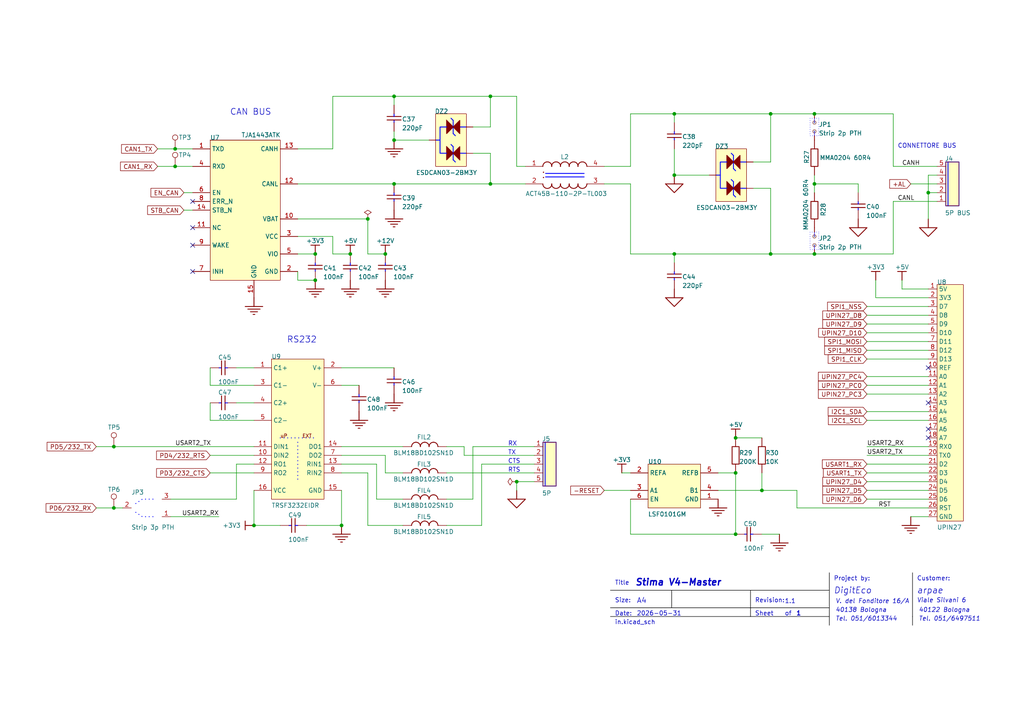
<source format=kicad_sch>
(kicad_sch (version 20230121) (generator eeschema)
  (paper "A4")
  (title_block (title "Stima V4-Master") (rev "1.0"))
  (lib_symbols
    (symbol "Connector:TestPoint" (pin_numbers hide) (pin_names (offset 0.762) hide)
      (property "Reference" "TP" (at 0 6.858 0))
      (property "Value" "TestPoint" (at 0 5.08 0))
      (symbol "TestPoint_1_1"
        (pin passive line (at 0 0 90) (length 2.54) (name "1") (number "1"))
      )
    )
    (symbol "Stima V4 Master R1_1-altium-import:+12V" (power)
      (property "Value" "+12V" (at 0 -3.81 0))
      (symbol "+12V_0_0"
        (pin power_in line (at 0 0 0) (length 0) hide (name "+12V") (number ""))
      )
    )
    (symbol "Stima V4 Master R1_1-altium-import:+3V3" (power)
      (property "Reference" "#PWR" (at 0 0 0))
      (property "Value" "+3V3" (at 0 3.81 0))
      (symbol "+3V3_0_0"
        (pin power_in line (at 0 0 0) (length 0) hide (name "+3V3") (number ""))
      )
    )
    (symbol "Stima V4 Master R1_1-altium-import:+5V" (power)
      (property "Reference" "#PWR" (at 0 0 0))
      (property "Value" "+5V" (at 0 3.81 0))
      (symbol "+5V_0_0"
        (pin power_in line (at 0 0 0) (length 0) hide (name "+5V") (number ""))
      )
    )
    (symbol "Stima V4 Master R1_1-altium-import:EGND" (power)
      (symbol "EGND_0_0"
        (pin power_in line (at 0 0 0) (length 0) hide (name "EGND") (number ""))
      )
    )
    (symbol "Stima V4 Master R1_1-altium-import:GND" (power)
      (symbol "GND_0_0"
        (pin power_in line (at 0 0 0) (length 0) hide (name "GND") (number ""))
      )
    )
    (symbol "Stima V4 Master R1_1-altium-import:root_0_ACT45B_TDK"
      (property "Reference" "L2" (at 10.16 2.032 0))
      (property "Value" "ACT45B-110-2P-TL003" (at 0 -8.636 0))
      (symbol "root_0_ACT45B_TDK_1_0"
        (text "." (at 5.588 -3.81 900) (effects (font (size 2.032 2.032)) (justify left bottom)))
        (text "." (at 5.588 -2.286 900) (effects (font (size 2.032 2.032)) (justify left bottom)))
        (pin passive line (at 0 0 0) (length 5.08) (name "1") (number "1"))
        (pin passive line (at 0 -5.08 0) (length 5.08) (name "2") (number "2"))
        (pin passive line (at 22.86 -5.08 180) (length 5.08) (name "3") (number "3"))
        (pin passive line (at 22.86 0 180) (length 5.08) (name "4") (number "4"))
      )
    )
    (symbol "Stima V4 Master R1_1-altium-import:root_0_BLM18BD"
      (symbol "root_0_BLM18BD_1_0"
        (pin passive line (at -2.54 -2.54 0) (length 2.54) (name "1") (number "1"))
        (pin passive line (at 10.16 -2.54 180) (length 2.54) (name "2") (number "2"))
      )
    )
    (symbol "Stima V4 Master R1_1-altium-import:root_0_C0603"
      (symbol "root_0_C0603_1_0"
        (pin passive line (at 0 2.54 270) (length 2.54) (name "1") (number "1"))
        (pin passive line (at 0 -5.08 90) (length 2.54) (name "2") (number "2"))
      )
    )
    (symbol "Stima V4 Master R1_1-altium-import:root_0_JUMP1"
      (property "Reference" "JP2" (at 2.54 -2.54 0))
      (property "Value" "Strip 2p PTH" (at 2.54 -5.08 0))
      (symbol "root_0_JUMP1_1_0"
        (pin passive line (at 1.27 1.27 270) (length 1.27) (name "") (number "1"))
        (pin passive line (at 1.27 -6.35 90) (length 1.27) (name "") (number "2"))
      )
    )
    (symbol "Stima V4 Master R1_1-altium-import:root_0_LSF0101"
      (symbol "root_0_LSF0101_1_0"
        (pin power_in line (at 20.32 -10.16 180) (length 5.08) (name "GND") (number "1"))
        (pin passive line (at -5.08 -2.54 0) (length 5.08) (name "REFA") (number "2"))
        (pin passive line (at -5.08 -7.62 0) (length 5.08) (name "A1") (number "3"))
        (pin passive line (at 20.32 -7.62 180) (length 5.08) (name "B1") (number "4"))
        (pin passive line (at 20.32 -2.54 180) (length 5.08) (name "REFB") (number "5"))
        (pin passive line (at -5.08 -10.16 0) (length 5.08) (name "EN") (number "6"))
      )
    )
    (symbol "Stima V4 Master R1_1-altium-import:root_0_Mors_5p_px"
      (property "Reference" "J5" (at -0.254 0.254 0))
      (property "Value" "5P" (at -0.254 -15.494 0))
      (symbol "root_0_Mors_5p_px_1_0"
        (pin passive line (at -2.54 -1.27 0) (length 2.54) (name "1") (number "1"))
        (pin passive line (at -2.54 -3.81 0) (length 2.54) (name "2") (number "2"))
        (pin passive line (at -2.54 -6.35 0) (length 2.54) (name "3") (number "3"))
        (pin passive line (at -2.54 -8.89 0) (length 2.54) (name "4") (number "4"))
        (pin passive line (at -2.54 -11.43 0) (length 2.54) (name "5") (number "5"))
      )
    )
    (symbol "Stima V4 Master R1_1-altium-import:root_0_TJA1443A"
      (property "Reference" "U7" (at 0 0 0))
      (property "Value" "TJA1443ATK" (at 9.017 0.762 0))
      (symbol "root_0_TJA1443A_1_0"
        (pin passive line (at -5.08 -2.54 0) (length 5.08) (name "TXD") (number "1"))
        (pin power_in line (at 25.4 -22.86 180) (length 5.08) (name "VBAT") (number "10"))
        (pin passive line (at -5.08 -25.4 0) (length 5.08) (name "NC") (number "11"))
        (pin passive line (at 25.4 -12.7 180) (length 5.08) (name "CANL") (number "12"))
        (pin passive line (at 25.4 -2.54 180) (length 5.08) (name "CANH") (number "13"))
        (pin input line (at -5.08 -20.32 0) (length 5.08) (name "STB_N") (number "14"))
        (pin power_in line (at 12.7 -45.72 90) (length 5.08) (name "GND") (number "15"))
        (pin power_in line (at 25.4 -38.1 180) (length 5.08) (name "GND") (number "2"))
        (pin power_in line (at 25.4 -27.94 180) (length 5.08) (name "VCC") (number "3"))
        (pin passive line (at -5.08 -7.62 0) (length 5.08) (name "RXD") (number "4"))
        (pin power_in line (at 25.4 -33.02 180) (length 5.08) (name "VIO") (number "5"))
        (pin input line (at -5.08 -15.24 0) (length 5.08) (name "EN") (number "6"))
        (pin passive line (at -5.08 -38.1 0) (length 5.08) (name "INH") (number "7"))
        (pin output line (at -5.08 -17.78 0) (length 5.08) (name "ERR_N") (number "8"))
        (pin passive line (at -5.08 -30.48 0) (length 5.08) (name "WAKE") (number "9"))
      )
    )
    (symbol "Stima V4 Master R1_1-altium-import:root_0_TRSF3232EIDR"
      (property "Reference" "U9" (at 0 0 0))
      (property "Value" "TRSF3232EIDR" (at 0 -43.18 0))
      (symbol "root_0_TRSF3232EIDR_1_0"
        (text "EXT" (at 8.89 -22.86 0) (effects (font (size 1.016 1.016)) (justify left bottom)))
        (text "uP" (at 2.54 -22.86 0) (effects (font (size 1.016 1.016)) (justify left bottom)))
        (pin passive line (at -5.08 -2.54 0) (length 5.08) (name "C1+") (number "1"))
        (pin input line (at -5.08 -27.94 0) (length 5.08) (name "DIN2") (number "10"))
        (pin input line (at -5.08 -25.4 0) (length 5.08) (name "DIN1") (number "11"))
        (pin output line (at -5.08 -30.48 0) (length 5.08) (name "RO1") (number "12"))
        (pin input line (at 20.32 -30.48 180) (length 5.08) (name "RIN1") (number "13"))
        (pin output line (at 20.32 -25.4 180) (length 5.08) (name "DO1") (number "14"))
        (pin power_in line (at 20.32 -38.1 180) (length 5.08) (name "GND") (number "15"))
        (pin power_in line (at -5.08 -38.1 0) (length 5.08) (name "VCC") (number "16"))
        (pin passive line (at 20.32 -2.54 180) (length 5.08) (name "V+") (number "2"))
        (pin passive line (at -5.08 -7.62 0) (length 5.08) (name "C1-") (number "3"))
        (pin passive line (at -5.08 -12.7 0) (length 5.08) (name "C2+") (number "4"))
        (pin passive line (at -5.08 -17.78 0) (length 5.08) (name "C2-") (number "5"))
        (pin passive line (at 20.32 -7.62 180) (length 5.08) (name "V-") (number "6"))
        (pin output line (at 20.32 -27.94 180) (length 5.08) (name "DO2") (number "7"))
        (pin input line (at 20.32 -33.02 180) (length 5.08) (name "RIN2") (number "8"))
        (pin output line (at -5.08 -33.02 0) (length 5.08) (name "RO2") (number "9"))
      )
    )
    (symbol "Stima V4 Master R1_1-altium-import:root_0_UPIN27"
      (symbol "root_0_UPIN27_1_0"
        (pin passive line (at -2.54 -1.27 0) (length 2.54) (name "5V") (number "1"))
        (pin passive line (at -2.54 -24.13 0) (length 2.54) (name "REF") (number "10"))
        (pin passive line (at -2.54 -26.67 0) (length 2.54) (name "A0") (number "11"))
        (pin passive line (at -2.54 -29.21 0) (length 2.54) (name "A1") (number "12"))
        (pin passive line (at -2.54 -31.75 0) (length 2.54) (name "A2") (number "13"))
        (pin passive line (at -2.54 -34.29 0) (length 2.54) (name "A3") (number "14"))
        (pin passive line (at -2.54 -36.83 0) (length 2.54) (name "A4") (number "15"))
        (pin passive line (at -2.54 -39.37 0) (length 2.54) (name "A5") (number "16"))
        (pin passive line (at -2.54 -41.91 0) (length 2.54) (name "A6") (number "17"))
        (pin passive line (at -2.54 -44.45 0) (length 2.54) (name "A7") (number "18"))
        (pin passive line (at -2.54 -46.99 0) (length 2.54) (name "RX0") (number "19"))
        (pin passive line (at -2.54 -3.81 0) (length 2.54) (name "3V3") (number "2"))
        (pin passive line (at -2.54 -49.53 0) (length 2.54) (name "TX0") (number "20"))
        (pin passive line (at -2.54 -52.07 0) (length 2.54) (name "D2") (number "21"))
        (pin passive line (at -2.54 -54.61 0) (length 2.54) (name "D3") (number "22"))
        (pin passive line (at -2.54 -57.15 0) (length 2.54) (name "D4") (number "23"))
        (pin passive line (at -2.54 -59.69 0) (length 2.54) (name "D5") (number "24"))
        (pin passive line (at -2.54 -62.23 0) (length 2.54) (name "D6") (number "25"))
        (pin passive line (at -2.54 -64.77 0) (length 2.54) (name "RST") (number "26"))
        (pin passive line (at -2.54 -67.31 0) (length 2.54) (name "GND") (number "27"))
        (pin passive line (at -2.54 -6.35 0) (length 2.54) (name "D7") (number "3"))
        (pin passive line (at -2.54 -8.89 0) (length 2.54) (name "D8") (number "4"))
        (pin passive line (at -2.54 -11.43 0) (length 2.54) (name "D9") (number "5"))
        (pin passive line (at -2.54 -13.97 0) (length 2.54) (name "D10") (number "6"))
        (pin passive line (at -2.54 -16.51 0) (length 2.54) (name "D11") (number "7"))
        (pin passive line (at -2.54 -19.05 0) (length 2.54) (name "D12") (number "8"))
        (pin passive line (at -2.54 -21.59 0) (length 2.54) (name "D13") (number "9"))
      )
    )
    (symbol "Stima V4 Master R1_1-altium-import:root_1_C0603"
      (symbol "root_1_C0603_1_0"
        (pin passive line (at -2.54 0 0) (length 2.54) (name "1") (number "1"))
        (pin passive line (at 5.08 0 180) (length 2.54) (name "2") (number "2"))
      )
    )
    (symbol "Stima V4 Master R1_1-altium-import:root_1_Res 0603"
      (symbol "root_1_Res 0603_1_0"
        (pin passive line (at 2.54 -2.54 90) (length 2.54) (name "1") (number "1"))
        (pin passive line (at 2.54 7.62 270) (length 2.54) (name "2") (number "2"))
      )
    )
    (symbol "Stima V4 Master R1_1-altium-import:root_1_Res_Melf"
      (property "Reference" "R27" (at 1.27 1.27 90))
      (property "Value" "MMA0204 60R4" (at 6.35 -3.81 90))
      (symbol "root_1_Res_Melf_1_0"
        (pin passive line (at 2.54 -2.54 90) (length 2.54) (name "1") (number "1"))
        (pin passive line (at 2.54 7.62 270) (length 2.54) (name "2") (number "2"))
      )
    )
    (symbol "Stima V4 Master R1_1-altium-import:root_1_mirrored_Transil_bidirez_doppio_ESDCAN"
      (property "Reference" "DZ3" (at -5.969 11.43 0))
      (property "Value" "ESDCAN03-2BM3Y" (at -11.43 -6.35 0))
      (symbol "root_1_mirrored_Transil_bidirez_doppio_ESDCAN_1_0"
        (pin passive line (at 5.08 0 180) (length 1.905) (name "A/K") (number "1"))
        (pin passive line (at 5.08 7.62 180) (length 1.905) (name "A/K") (number "2"))
        (pin passive line (at -7.62 3.81 0) (length 1.905) (name "A/K") (number "3"))
      )
    )
    (symbol "Stima V4 Master R1_1-altium-import:root_2_C0603"
      (symbol "root_2_C0603_1_0"
        (pin passive line (at 0 -2.54 90) (length 2.54) (name "1") (number "1"))
        (pin passive line (at 0 5.08 270) (length 2.54) (name "2") (number "2"))
      )
    )
    (symbol "Stima V4 Master R1_1-altium-import:root_2_JUMP3S"
      (property "Reference" "JP3" (at -7.633 6.35 0))
      (property "Value" "Strip 3p PTH" (at -7.633 -3.81 0))
      (symbol "root_2_JUMP3S_1_0"
        (pin passive line (at 3.81 0 180) (length 2.54) (name "1") (number "1"))
        (pin passive line (at -10.16 2.54 0) (length 2.54) (name "2") (number "2"))
        (pin passive line (at 3.81 5.08 180) (length 2.54) (name "3") (number "3"))
      )
    )
    (symbol "Stima V4 Master R1_1-altium-import:root_2_mirrored_Mors_5p_px"
      (property "Reference" "J4" (at -0.254 12.954 0))
      (property "Value" "5P BUS" (at -0.254 -2.794 0))
      (symbol "root_2_mirrored_Mors_5p_px_1_0"
        (pin passive line (at -2.54 1.27 0) (length 2.54) (name "1") (number "1"))
        (pin passive line (at -2.54 3.81 0) (length 2.54) (name "2") (number "2"))
        (pin passive line (at -2.54 6.35 0) (length 2.54) (name "3") (number "3"))
        (pin passive line (at -2.54 8.89 0) (length 2.54) (name "4") (number "4"))
        (pin passive line (at -2.54 11.43 0) (length 2.54) (name "5") (number "5"))
      )
    )
    (symbol "Stima V4 Master R1_1-altium-import:root_3_C0603"
      (symbol "root_3_C0603_1_0"
        (pin passive line (at 2.54 0 180) (length 2.54) (name "1") (number "1"))
        (pin passive line (at -5.08 0 0) (length 2.54) (name "2") (number "2"))
      )
    )
    (symbol "power:PWR_FLAG" (power) (pin_numbers hide) (pin_names (offset 0) hide)
      (property "Value" "PWR_FLAG" (at 0 3.81 0))
      (symbol "PWR_FLAG_0_0"
        (pin power_out line (at 0 0 90) (length 0) (name "pwr") (number "1"))
      )
    )
  )
  (junction (at 73.66 152.4))
  (junction (at 50.8 48.26))
  (junction (at 236.22 53.34))
  (junction (at 114.3 53.34))
  (junction (at 114.3 40.64))
  (junction (at 269.24 55.88))
  (junction (at 114.3 27.94))
  (junction (at 213.36 137.16))
  (junction (at 91.44 73.66))
  (junction (at 223.52 33.02))
  (junction (at 213.36 127))
  (junction (at 142.24 53.34))
  (junction (at 236.22 73.66))
  (junction (at 33.02 129.54))
  (junction (at 213.36 154.94))
  (junction (at 220.98 142.24))
  (junction (at 33.02 147.32))
  (junction (at 149.86 139.7))
  (junction (at 50.8 43.18))
  (junction (at 195.58 50.8))
  (junction (at 236.22 33.02))
  (junction (at 99.06 152.4))
  (junction (at 195.58 33.02))
  (junction (at 223.52 73.66))
  (junction (at 101.6 73.66))
  (junction (at 195.58 73.66))
  (junction (at 142.24 27.94))
  (junction (at 111.76 73.66))
  (junction (at 91.44 81.28))
  (junction (at 106.68 63.5))
  (no_connect (at 55.88 71.12))
  (no_connect (at 269.24 124.46))
  (no_connect (at 55.88 58.42))
  (no_connect (at 269.24 116.84))
  (no_connect (at 55.88 78.74))
  (no_connect (at 269.24 106.68))
  (no_connect (at 55.88 66.04))
  (no_connect (at 269.24 127))
  (wire (pts (xy 129.54 129.54) (xy 134.62 129.54)))
  (wire (pts (xy 248.92 53.34) (xy 248.92 55.88)))
  (wire (pts (xy 149.86 48.26) (xy 152.4 48.26)))
  (wire (pts (xy 254 81.28) (xy 254 86.36)))
  (wire (pts (xy 106.68 73.66) (xy 111.76 73.66)))
  (wire (pts (xy 116.84 129.54) (xy 99.06 129.54)))
  (wire (pts (xy 208.28 142.24) (xy 220.98 142.24)))
  (wire (pts (xy 73.66 142.24) (xy 73.66 152.4)))
  (wire (pts (xy 73.66 152.4) (xy 81.28 152.4)))
  (polyline (pts (xy 240.538 166.116) (xy 240.538 178.816)) (stroke (width 0) (type solid) (color 0 0 0 1)))
  (wire (pts (xy 195.58 73.66) (xy 223.52 73.66)))
  (wire (pts (xy 269.24 91.44) (xy 251.46 91.44)))
  (wire (pts (xy 182.88 48.26) (xy 182.88 33.02)))
  (wire (pts (xy 60.96 106.68) (xy 60.96 111.76)))
  (wire (pts (xy 33.02 129.54) (xy 73.66 129.54)))
  (wire (pts (xy 142.24 44.45) (xy 142.24 53.34)))
  (wire (pts (xy 109.22 144.78) (xy 109.22 134.62)))
  (wire (pts (xy 114.3 106.68) (xy 99.06 106.68)))
  (wire (pts (xy 220.98 137.16) (xy 220.98 142.24)))
  (wire (pts (xy 68.58 134.62) (xy 73.66 134.62)))
  (wire (pts (xy 129.54 137.16) (xy 154.94 137.16)))
  (wire (pts (xy 137.16 129.54) (xy 154.94 129.54)))
  (wire (pts (xy 251.46 111.76) (xy 269.24 111.76)))
  (wire (pts (xy 111.76 137.16) (xy 111.76 132.08)))
  (wire (pts (xy 175.26 48.26) (xy 182.88 48.26)))
  (wire (pts (xy 261.62 83.82) (xy 269.24 83.82)))
  (wire (pts (xy 106.68 63.5) (xy 106.68 73.66)))
  (wire (pts (xy 195.58 50.8) (xy 195.58 43.18)))
  (wire (pts (xy 269.24 142.24) (xy 251.46 142.24)))
  (wire (pts (xy 269.24 99.06) (xy 251.46 99.06)))
  (wire (pts (xy 251.46 137.16) (xy 269.24 137.16)))
  (wire (pts (xy 49.53 144.78) (xy 68.58 144.78)))
  (wire (pts (xy 269.24 55.88) (xy 269.24 63.5)))
  (wire (pts (xy 96.52 27.94) (xy 114.3 27.94)))
  (wire (pts (xy 96.52 43.18) (xy 96.52 27.94)))
  (wire (pts (xy 223.52 73.66) (xy 236.22 73.66)))
  (wire (pts (xy 139.7 134.62) (xy 154.94 134.62)))
  (wire (pts (xy 129.54 152.4) (xy 139.7 152.4)))
  (wire (pts (xy 264.16 149.86) (xy 269.24 149.86)))
  (wire (pts (xy 86.36 73.66) (xy 91.44 73.66)))
  (wire (pts (xy 269.24 104.14) (xy 251.46 104.14)))
  (wire (pts (xy 269.24 93.98) (xy 251.46 93.98)))
  (wire (pts (xy 49.53 149.86) (xy 63.5 149.86)))
  (wire (pts (xy 139.7 152.4) (xy 139.7 134.62)))
  (wire (pts (xy 251.46 134.62) (xy 269.24 134.62)))
  (wire (pts (xy 27.94 147.32) (xy 33.02 147.32)))
  (wire (pts (xy 220.98 142.24) (xy 231.14 142.24)))
  (wire (pts (xy 86.36 53.34) (xy 114.3 53.34)))
  (wire (pts (xy 259.08 33.02) (xy 259.08 48.26)))
  (wire (pts (xy 116.84 137.16) (xy 111.76 137.16)))
  (wire (pts (xy 223.52 54.61) (xy 223.52 73.66)))
  (wire (pts (xy 68.58 144.78) (xy 68.58 134.62)))
  (wire (pts (xy 236.22 53.34) (xy 236.22 50.8)))
  (wire (pts (xy 88.9 152.4) (xy 99.06 152.4)))
  (wire (pts (xy 251.46 88.9) (xy 269.24 88.9)))
  (wire (pts (xy 218.44 54.61) (xy 223.52 54.61)))
  (wire (pts (xy 50.8 48.26) (xy 55.88 48.26)))
  (wire (pts (xy 60.96 116.84) (xy 60.96 121.92)))
  (wire (pts (xy 213.36 127) (xy 220.98 127)))
  (wire (pts (xy 96.52 68.58) (xy 96.52 73.66)))
  (wire (pts (xy 68.58 106.68) (xy 73.66 106.68)))
  (wire (pts (xy 116.84 152.4) (xy 106.68 152.4)))
  (wire (pts (xy 259.08 48.26) (xy 271.78 48.26)))
  (wire (pts (xy 251.46 109.22) (xy 269.24 109.22)))
  (wire (pts (xy 251.46 114.3) (xy 269.24 114.3)))
  (wire (pts (xy 182.88 144.78) (xy 182.88 154.94)))
  (wire (pts (xy 218.44 46.99) (xy 223.52 46.99)))
  (wire (pts (xy 142.24 53.34) (xy 152.4 53.34)))
  (wire (pts (xy 142.24 27.94) (xy 149.86 27.94)))
  (wire (pts (xy 182.88 53.34) (xy 182.88 73.66)))
  (wire (pts (xy 231.14 147.32) (xy 269.24 147.32)))
  (wire (pts (xy 50.8 43.18) (xy 55.88 43.18)))
  (wire (pts (xy 261.62 81.28) (xy 261.62 83.82)))
  (wire (pts (xy 269.24 144.78) (xy 251.46 144.78)))
  (wire (pts (xy 231.14 142.24) (xy 231.14 147.32)))
  (wire (pts (xy 175.26 53.34) (xy 182.88 53.34)))
  (wire (pts (xy 33.02 147.32) (xy 35.56 147.32)))
  (wire (pts (xy 129.54 144.78) (xy 137.16 144.78)))
  (wire (pts (xy 251.46 119.38) (xy 269.24 119.38)))
  (wire (pts (xy 195.58 33.02) (xy 223.52 33.02)))
  (wire (pts (xy 213.36 137.16) (xy 208.28 137.16)))
  (wire (pts (xy 106.68 137.16) (xy 99.06 137.16)))
  (wire (pts (xy 271.78 55.88) (xy 269.24 55.88)))
  (polyline (pts (xy 177.038 176.276) (xy 240.538 176.276)) (stroke (width 0) (type solid) (color 0 0 0 1)))
  (polyline (pts (xy 217.678 171.196) (xy 217.678 178.816)) (stroke (width 0) (type solid) (color 0 0 0 1)))
  (wire (pts (xy 99.06 152.4) (xy 99.06 142.24)))
  (wire (pts (xy 269.24 139.7) (xy 251.46 139.7)))
  (wire (pts (xy 53.34 55.88) (xy 55.88 55.88)))
  (wire (pts (xy 205.74 50.8) (xy 195.58 50.8)))
  (wire (pts (xy 223.52 46.99) (xy 223.52 33.02)))
  (wire (pts (xy 53.34 60.96) (xy 55.88 60.96)))
  (wire (pts (xy 175.26 142.24) (xy 182.88 142.24)))
  (wire (pts (xy 134.62 129.54) (xy 134.62 132.08)))
  (wire (pts (xy 116.84 144.78) (xy 109.22 144.78)))
  (wire (pts (xy 269.24 96.52) (xy 251.46 96.52)))
  (wire (pts (xy 111.76 132.08) (xy 99.06 132.08)))
  (wire (pts (xy 86.36 43.18) (xy 96.52 43.18)))
  (wire (pts (xy 86.36 63.5) (xy 106.68 63.5)))
  (wire (pts (xy 182.88 73.66) (xy 195.58 73.66)))
  (wire (pts (xy 182.88 154.94) (xy 213.36 154.94)))
  (wire (pts (xy 86.36 68.58) (xy 96.52 68.58)))
  (wire (pts (xy 86.36 78.74) (xy 86.36 81.28)))
  (wire (pts (xy 269.24 101.6) (xy 251.46 101.6)))
  (wire (pts (xy 86.36 81.28) (xy 91.44 81.28)))
  (wire (pts (xy 60.96 137.16) (xy 73.66 137.16)))
  (wire (pts (xy 269.24 50.8) (xy 271.78 50.8)))
  (wire (pts (xy 195.58 76.2) (xy 195.58 73.66)))
  (wire (pts (xy 96.52 73.66) (xy 101.6 73.66)))
  (wire (pts (xy 109.22 134.62) (xy 99.06 134.62)))
  (wire (pts (xy 45.72 43.18) (xy 50.8 43.18)))
  (wire (pts (xy 269.24 132.08) (xy 251.46 132.08)))
  (polyline (pts (xy 177.038 171.196) (xy 240.538 171.196)) (stroke (width 0) (type solid) (color 0 0 0 1)))
  (wire (pts (xy 269.24 129.54) (xy 251.46 129.54)))
  (wire (pts (xy 259.08 73.66) (xy 259.08 58.42)))
  (wire (pts (xy 236.22 73.66) (xy 259.08 73.66)))
  (wire (pts (xy 236.22 55.88) (xy 236.22 53.34)))
  (wire (pts (xy 45.72 48.26) (xy 50.8 48.26)))
  (wire (pts (xy 137.16 36.83) (xy 142.24 36.83)))
  (polyline (pts (xy 194.818 171.196) (xy 194.818 176.276)) (stroke (width 0) (type solid) (color 0 0 0 1)))
  (wire (pts (xy 195.58 33.02) (xy 195.58 35.56)))
  (wire (pts (xy 220.98 154.94) (xy 226.06 154.94)))
  (wire (pts (xy 114.3 40.64) (xy 114.3 38.1)))
  (wire (pts (xy 264.16 53.34) (xy 271.78 53.34)))
  (wire (pts (xy 134.62 132.08) (xy 154.94 132.08)))
  (wire (pts (xy 27.94 129.54) (xy 33.02 129.54)))
  (polyline (pts (xy 264.668 178.816) (xy 264.668 181.356)) (stroke (width 0) (type solid) (color 0 0 0 1)))
  (wire (pts (xy 251.46 121.92) (xy 269.24 121.92)))
  (wire (pts (xy 269.24 55.88) (xy 269.24 50.8)))
  (wire (pts (xy 114.3 27.94) (xy 142.24 27.94)))
  (wire (pts (xy 68.58 116.84) (xy 73.66 116.84)))
  (wire (pts (xy 60.96 111.76) (xy 73.66 111.76)))
  (wire (pts (xy 182.88 33.02) (xy 195.58 33.02)))
  (wire (pts (xy 223.52 33.02) (xy 236.22 33.02)))
  (wire (pts (xy 104.14 111.76) (xy 99.06 111.76)))
  (wire (pts (xy 149.86 142.24) (xy 149.86 139.7)))
  (wire (pts (xy 60.96 132.08) (xy 73.66 132.08)))
  (wire (pts (xy 254 86.36) (xy 269.24 86.36)))
  (wire (pts (xy 236.22 53.34) (xy 248.92 53.34)))
  (wire (pts (xy 60.96 121.92) (xy 73.66 121.92)))
  (wire (pts (xy 124.46 40.64) (xy 114.3 40.64)))
  (wire (pts (xy 114.3 53.34) (xy 142.24 53.34)))
  (wire (pts (xy 142.24 36.83) (xy 142.24 27.94)))
  (wire (pts (xy 137.16 44.45) (xy 142.24 44.45)))
  (wire (pts (xy 106.68 152.4) (xy 106.68 137.16)))
  (wire (pts (xy 137.16 144.78) (xy 137.16 129.54)))
  (wire (pts (xy 149.86 27.94) (xy 149.86 48.26)))
  (wire (pts (xy 182.88 137.16) (xy 180.34 137.16)))
  (wire (pts (xy 236.22 33.02) (xy 259.08 33.02)))
  (wire (pts (xy 213.36 154.94) (xy 213.36 137.16)))
  (wire (pts (xy 149.86 139.7) (xy 154.94 139.7)))
  (wire (pts (xy 259.08 58.42) (xy 271.78 58.42)))
  (wire (pts (xy 114.3 27.94) (xy 114.3 30.48)))
  (polyline (pts (xy 177.038 178.816) (xy 240.538 178.816) (xy 240.538 181.356)) (stroke (width 0) (type solid) (color 0 0 0 1)))
  (polyline (pts (xy 264.668 166.116) (xy 264.668 166.116) (xy 264.668 178.816)) (stroke (width 0) (type solid) (color 0 0 0 1)))
  (text "CTS" (at 147.32 134.62 0) (effects (font (size 1.27 1.27)) (justify left bottom)))
  (text "Tel. 051/6013344" (at 242.316 180.34 0) (effects (font (size 1.27 1.27) italic) (justify left bottom)))
  (text "Date:" (at 178.308 178.816 0) (effects (font (size 1.27 1.27)) (justify left bottom)))
  (text "${##}" (at 230.886 178.816 0) (effects (font (size 1.27 1.27) bold) (justify left bottom)))
  (text "of" (at 227.584 178.816 0) (effects (font (size 1.27 1.27)) (justify left bottom)))
  (text "40138 Bologna" (at 242.316 177.8 0) (effects (font (size 1.27 1.27) italic) (justify left bottom)))
  (text "${CURRENT_DATE}" (at 184.658 178.816 0) (effects (font (size 1.27 1.27)) (justify left bottom)))
  (text "V. del Fonditore 16/A" (at 242.316 175.26 0) (effects (font (size 1.27 1.27) italic) (justify left bottom)))
  (text "" (at 184.658 181.356 0) (effects (font (size 1.27 1.27)) (justify left bottom)))
  (text "RX" (at 147.32 129.54 0) (effects (font (size 1.27 1.27)) (justify left bottom)))
  (text "Title" (at 178.308 169.926 0) (effects (font (size 1.27 1.27)) (justify left bottom)))
  (text "TX" (at 147.32 132.08 0) (effects (font (size 1.27 1.27)) (justify left bottom)))
  (text "RS232" (at 83.185 99.695 0) (effects (font (size 1.778 1.778)) (justify left bottom)))
  (text "CAN BUS" (at 66.675 33.655 0) (effects (font (size 1.778 1.778)) (justify left bottom)))
  (text "arpae" (at 265.938 172.466 0) (effects (font (size 1.778 1.778) italic) (justify left bottom)))
  (text "RTS" (at 147.32 137.16 0) (effects (font (size 1.27 1.27)) (justify left bottom)))
  (text "Customer:" (at 265.938 168.656 0) (effects (font (size 1.27 1.27)) (justify left bottom)))
  (text "Viale Silvani 6" (at 265.938 175.006 0) (effects (font (size 1.27 1.27) italic) (justify left bottom)))
  (text "Revision:" (at 218.948 175.006 0) (effects (font (size 1.27 1.27)) (justify left bottom)))
  (text "${TITLE}" (at 184.15 170.18 0) (effects (font (size 1.905 1.905) bold italic) (justify left bottom)))
  (text "Tel. 051/6497511" (at 266.446 180.34 0) (effects (font (size 1.27 1.27) italic) (justify left bottom)))
  (text "Project by:" (at 241.808 168.656 0) (effects (font (size 1.27 1.27)) (justify left bottom)))
  (text "A4" (at 184.658 175.26 0) (effects (font (size 1.524 1.524)) (justify left bottom)))
  (text "40122 Bologna" (at 266.446 177.8 0) (effects (font (size 1.27 1.27) italic) (justify left bottom)))
  (text "Size:" (at 178.308 175.006 0) (effects (font (size 1.27 1.27)) (justify left bottom)))
  (text "${#}" (at 224.282 178.816 0) (effects (font (size 1.27 1.27) bold) (justify left bottom)))
  (text "Sheet" (at 218.948 178.816 0) (effects (font (size 1.27 1.27)) (justify left bottom)))
  (text "1.1" (at 227.584 175.26 0) (effects (font (size 1.27 1.27)) (justify left bottom)))
  (text "${FILENAME}" (at 178.308 181.356 0) (effects (font (size 1.27 1.27)) (justify left bottom)))
  (text "DigitEco" (at 241.808 172.466 0) (effects (font (size 1.778 1.778) italic) (justify left bottom)))
  (text "CONNETTORE BUS" (at 260.35 43.18 0) (effects (font (size 1.27 1.27)) (justify left bottom)))
  (label "CANL" (at 260.35 58.42 180))
  (label "CANH" (at 261.62 48.26 180))
  (label "RST" (at 254.762 147.32 180))
  (label "USART2_RX" (at 251.46 129.54 180))
  (label "USART2_TX" (at 50.8 129.54 180))
  (label "USART2_TX" (at 251.46 132.08 180))
  (label "USART2_RX" (at 63.5 149.86 180))
  (global_label "SPI1_NSS" (shape input) (at 251.46 88.9 180) (property "Intersheetrefs" "${INTERSHEET_REFS}" (effects hide)))
  (global_label "PD4{slash}232_RTS" (shape input) (at 60.96 132.08 180) (property "Intersheetrefs" "${INTERSHEET_REFS}" (effects hide)))
  (global_label "CAN1_TX" (shape input) (at 45.72 43.18 180) (property "Intersheetrefs" "${INTERSHEET_REFS}" (effects hide)))
  (global_label "SPI1_CLK" (shape input) (at 251.46 104.14 180) (property "Intersheetrefs" "${INTERSHEET_REFS}" (effects hide)))
  (global_label "+AL" (shape input) (at 264.16 53.34 180) (property "Intersheetrefs" "${INTERSHEET_REFS}" (effects hide)))
  (global_label "UPIN27_D4" (shape input) (at 251.46 139.7 180) (property "Intersheetrefs" "${INTERSHEET_REFS}" (effects hide)))
  (global_label "UPIN27_PC3" (shape input) (at 251.46 114.3 180) (property "Intersheetrefs" "${INTERSHEET_REFS}" (effects hide)))
  (global_label "CAN1_RX" (shape input) (at 45.72 48.26 180) (property "Intersheetrefs" "${INTERSHEET_REFS}" (effects hide)))
  (global_label "UPIN27_D8" (shape input) (at 251.46 91.44 180) (property "Intersheetrefs" "${INTERSHEET_REFS}" (effects hide)))
  (global_label "I2C1_SDA" (shape input) (at 251.46 119.38 180) (property "Intersheetrefs" "${INTERSHEET_REFS}" (effects hide)))
  (global_label "EN_CAN" (shape input) (at 53.34 55.88 180) (property "Intersheetrefs" "${INTERSHEET_REFS}" (effects hide)))
  (global_label "UPIN27_D10" (shape input) (at 251.46 96.52 180) (property "Intersheetrefs" "${INTERSHEET_REFS}" (effects hide)))
  (global_label "PD6{slash}232_RX" (shape input) (at 27.94 147.32 180) (property "Intersheetrefs" "${INTERSHEET_REFS}" (effects hide)))
  (global_label "-RESET" (shape input) (at 175.26 142.24 180) (property "Intersheetrefs" "${INTERSHEET_REFS}" (effects hide)))
  (global_label "SPI1_MISO" (shape input) (at 251.46 101.6 180) (property "Intersheetrefs" "${INTERSHEET_REFS}" (effects hide)))
  (global_label "STB_CAN" (shape input) (at 53.34 60.96 180) (property "Intersheetrefs" "${INTERSHEET_REFS}" (effects hide)))
  (global_label "UPIN27_D6" (shape input) (at 251.46 144.78 180) (property "Intersheetrefs" "${INTERSHEET_REFS}" (effects hide)))
  (global_label "UPIN27_D9" (shape input) (at 251.46 93.98 180) (property "Intersheetrefs" "${INTERSHEET_REFS}" (effects hide)))
  (global_label "I2C1_SCL" (shape input) (at 251.46 121.92 180) (property "Intersheetrefs" "${INTERSHEET_REFS}" (effects hide)))
  (global_label "USART1_RX" (shape input) (at 251.46 134.62 180) (property "Intersheetrefs" "${INTERSHEET_REFS}" (effects hide)))
  (global_label "UPIN27_D5" (shape input) (at 251.46 142.24 180) (property "Intersheetrefs" "${INTERSHEET_REFS}" (effects hide)))
  (global_label "SPI1_MOSI" (shape input) (at 251.46 99.06 180) (property "Intersheetrefs" "${INTERSHEET_REFS}" (effects hide)))
  (global_label "UPIN27_PC0" (shape input) (at 251.46 111.76 180) (property "Intersheetrefs" "${INTERSHEET_REFS}" (effects hide)))
  (global_label "UPIN27_PC4" (shape input) (at 251.46 109.22 180) (property "Intersheetrefs" "${INTERSHEET_REFS}" (effects hide)))
  (global_label "PD5{slash}232_TX" (shape input) (at 27.94 129.54 180) (property "Intersheetrefs" "${INTERSHEET_REFS}" (effects hide)))
  (global_label "USART1_TX" (shape input) (at 251.46 137.16 180) (property "Intersheetrefs" "${INTERSHEET_REFS}" (effects hide)))
  (global_label "PD3{slash}232_CTS" (shape input) (at 60.96 137.16 180) (property "Intersheetrefs" "${INTERSHEET_REFS}" (effects hide)))
  (symbol (lib_id "Stima V4 Master R1_1-altium-import:root_0_ACT45B_TDK") (at 152.4 48.26 0) (unit 1)
    (property "Reference" "L2" (at 162.56 46.228 0) (effects (justify left bottom)))
    (property "Value" "ACT45B-110-2P-TL003" (at 152.4 56.896 0) (effects (justify left bottom)))
    (property "Footprint" "Library_Master_impronte:ACT45B TDK-MIO" (effects hide))
    (property "PACKAGE REFERENCE" "SMD" (effects hide))
  )
  (symbol (lib_id "Stima V4 Master R1_1-altium-import:root_0_UPIN27") (at 271.78 82.55 0) (unit 1)
    (property "Reference" "U8" (at 271.78 82.55 0) (effects (justify left bottom)))
    (property "Value" "UPIN27" (at 271.78 153.67 0) (effects (justify left bottom)))
    (property "Footprint" "Library_Master_impronte:UPIN27_OK" (effects hide))
  )
  (symbol (lib_id "Stima V4 Master R1_1-altium-import:root_1_mirrored_Transil_bidirez_doppio_ESDCAN") (at 213.36 54.61 0) (unit 1)
    (property "Reference" "DZ3" (at 207.391 43.18 0) (effects (justify left bottom)))
    (property "Value" "ESDCAN03-2BM3Y" (at 201.93 60.96 0) (effects (justify left bottom)))
    (property "Footprint" "Library_Master_impronte:QFN-3L-DFN1110-MIO" (effects hide))
    (property "PACKAGE REFERENCE" "QFN-3L also called DFN1110" (effects hide))
  )
  (symbol (lib_id "Stima V4 Master R1_1-altium-import:root_1_C0603") (at 63.5 116.84 0) (unit 1)
    (property "Reference" "C47" (at 63.246 114.554 0) (effects (justify left bottom)))
    (property "Value" "100nF" (at 63.246 121.666 0) (effects (justify left bottom)))
    (property "Footprint" "Library_Master_impronte:0603" (effects hide))
    (property "PACKAGE REFERENCE" "0603" (effects hide))
    (property "TYPE" "Multistrato X5R/X7R" (effects hide))
    (property "ALTIUM_VALUE" "100nF" (effects hide))
    (property "VOLTAGE" "50V" (effects hide))
  )
  (symbol (lib_id "power:PWR_FLAG") (at 106.68 63.5 0) (unit 1)
    (property "Reference" "#FLG011" (effects hide))
    (property "Value" "PWR_FLAG" (effects hide))
  )
  (symbol (lib_id "Stima V4 Master R1_1-altium-import:GND") (at 114.3 60.96 0) (unit 1)
    (property "Reference" "#PWR?" (effects hide))
    (property "Value" "GND" (effects hide))
  )
  (symbol (lib_id "Connector:TestPoint") (at 50.8 48.26 0) (unit 1)
    (property "Reference" "TP4" (at 51.816 44.958 0) (effects (justify left)))
    (property "Value" "TestPoint" (effects hide))
    (property "Footprint" "Library_Master_impronte:TP" (effects hide))
  )
  (symbol (lib_id "Stima V4 Master R1_1-altium-import:GND") (at 101.6 81.28 0) (unit 1)
    (property "Reference" "#PWR?" (effects hide))
    (property "Value" "GND" (effects hide))
  )
  (symbol (lib_id "Stima V4 Master R1_1-altium-import:GND") (at 114.3 114.3 0) (unit 1)
    (property "Reference" "#PWR?" (effects hide))
    (property "Value" "GND" (effects hide))
  )
  (symbol (lib_id "Stima V4 Master R1_1-altium-import:GND") (at 114.3 40.64 0) (unit 1)
    (property "Reference" "#PWR?" (effects hide))
    (property "Value" "GND" (effects hide))
  )
  (symbol (lib_id "Stima V4 Master R1_1-altium-import:root_0_JUMP1") (at 234.95 34.29 0) (unit 1)
    (property "Reference" "JP1" (at 237.49 36.83 0) (effects (justify left bottom)))
    (property "Value" "Strip 2p PTH" (at 237.49 39.37 0) (effects (justify left bottom)))
    (property "Footprint" "Library_Master_impronte:STRIP2P" (effects hide))
    (property "PACKAGE REFERENCE" "PTH" (effects hide))
  )
  (symbol (lib_id "Stima V4 Master R1_1-altium-import:GND") (at 208.28 144.78 0) (unit 1)
    (property "Reference" "#PWR?" (effects hide))
    (property "Value" "GND" (effects hide))
  )
  (symbol (lib_id "Stima V4 Master R1_1-altium-import:root_2_JUMP3S") (at 45.72 149.86 0) (unit 1)
    (property "Reference" "JP3" (at 38.087 143.51 0) (effects (justify left bottom)))
    (property "Value" "Strip 3p PTH" (at 38.087 153.67 0) (effects (justify left bottom)))
    (property "Footprint" "Library_Master_impronte:STRIP3PP254" (effects hide))
    (property "PACKAGE REFERENCE" "PTH" (effects hide))
  )
  (symbol (lib_id "Stima V4 Master R1_1-altium-import:root_0_C0603") (at 101.6 76.2 0) (unit 1)
    (property "Reference" "C42" (at 103.886 78.486 0) (effects (justify left bottom)))
    (property "Value" "100nF" (at 103.886 81.026 0) (effects (justify left bottom)))
    (property "Footprint" "Library_Master_impronte:0603" (effects hide))
    (property "PACKAGE REFERENCE" "0603" (effects hide))
    (property "TYPE" "Multistrato X5R/X7R" (effects hide))
    (property "ALTIUM_VALUE" "100nF" (effects hide))
    (property "VOLTAGE" "50V" (effects hide))
  )
  (symbol (lib_id "Stima V4 Master R1_1-altium-import:GND") (at 264.16 149.86 0) (unit 1)
    (property "Reference" "#PWR?" (effects hide))
    (property "Value" "GND" (effects hide))
  )
  (symbol (lib_id "Stima V4 Master R1_1-altium-import:root_0_BLM18BD") (at 119.38 127 0) (unit 1)
    (property "Reference" "FIL2" (at 120.904 127.508 0) (effects (justify left bottom)))
    (property "Value" "BLM18BD102SN1D" (at 114.046 132.08 0) (effects (justify left bottom)))
    (property "Footprint" "Library_Master_impronte:0603" (effects hide))
    (property "TYPE" "BLM18BD  MURATA" (effects hide))
    (property "PACKAGE REFERENCE" "0603" (effects hide))
  )
  (symbol (lib_id "Stima V4 Master R1_1-altium-import:GND") (at 99.06 152.4 0) (unit 1)
    (property "Reference" "#PWR?" (effects hide))
    (property "Value" "GND" (effects hide))
  )
  (symbol (lib_id "Stima V4 Master R1_1-altium-import:root_0_C0603") (at 91.44 76.2 0) (unit 1)
    (property "Reference" "C41" (at 93.726 78.486 0) (effects (justify left bottom)))
    (property "Value" "100nF" (at 93.726 81.026 0) (effects (justify left bottom)))
    (property "Footprint" "Library_Master_impronte:0603" (effects hide))
    (property "PACKAGE REFERENCE" "0603" (effects hide))
    (property "TYPE" "Multistrato X5R/X7R" (effects hide))
    (property "ALTIUM_VALUE" "100nF" (effects hide))
    (property "VOLTAGE" "50V" (effects hide))
  )
  (symbol (lib_id "Stima V4 Master R1_1-altium-import:GND") (at 104.14 119.38 0) (unit 1)
    (property "Reference" "#PWR?" (effects hide))
    (property "Value" "GND" (effects hide))
  )
  (symbol (lib_id "Stima V4 Master R1_1-altium-import:+3V3") (at 73.66 152.4 270) (unit 1)
    (property "Reference" "#PWR?" (effects hide))
    (property "Value" "+3V3" (at 69.85 152.4 90) (effects (justify right)))
  )
  (symbol (lib_id "Stima V4 Master R1_1-altium-import:root_1_C0603") (at 83.82 152.4 0) (unit 1)
    (property "Reference" "C49" (at 83.566 150.114 0) (effects (justify left bottom)))
    (property "Value" "100nF" (at 83.566 157.226 0) (effects (justify left bottom)))
    (property "Footprint" "Library_Master_impronte:0603" (effects hide))
    (property "PACKAGE REFERENCE" "0603" (effects hide))
    (property "TYPE" "Multistrato X5R/X7R" (effects hide))
    (property "ALTIUM_VALUE" "100nF" (effects hide))
    (property "VOLTAGE" "50V" (effects hide))
  )
  (symbol (lib_id "Stima V4 Master R1_1-altium-import:root_0_Mors_5p_px") (at 157.48 128.27 0) (unit 1)
    (property "Reference" "J5" (at 157.226 128.016 0) (effects (justify left bottom)))
    (property "Value" "5P" (at 157.226 143.764 0) (effects (justify left bottom)))
    (property "Footprint" "Library_Master_impronte:_Altium_ARGO_ARGO PcbLib-Trad1.PcbLib_CONN_5P-P3_5" (effects hide))
    (property "PACKAGE REFERENCE" "PTH" (effects hide))
    (property "TYPE" "Sauro" (effects hide))
  )
  (symbol (lib_id "Stima V4 Master R1_1-altium-import:root_2_C0603") (at 111.76 78.74 0) (unit 1)
    (property "Reference" "C43" (at 114.046 78.486 0) (effects (justify left bottom)))
    (property "Value" "100nF" (at 114.046 81.026 0) (effects (justify left bottom)))
    (property "Footprint" "Library_Master_impronte:0603" (effects hide))
    (property "PACKAGE REFERENCE" "0603" (effects hide))
    (property "TYPE" "Multistrato X5R/X7R" (effects hide))
    (property "ALTIUM_VALUE" "100nF" (effects hide))
    (property "VOLTAGE" "50V" (effects hide))
  )
  (symbol (lib_id "Stima V4 Master R1_1-altium-import:GND") (at 73.66 86.36 0) (unit 1)
    (property "Reference" "#PWR?" (effects hide))
    (property "Value" "GND" (effects hide))
  )
  (symbol (lib_id "Stima V4 Master R1_1-altium-import:GND") (at 226.06 154.94 0) (unit 1)
    (property "Reference" "#PWR?" (effects hide))
    (property "Value" "GND" (effects hide))
  )
  (symbol (lib_id "Stima V4 Master R1_1-altium-import:EGND") (at 269.24 63.5 0) (unit 1)
    (property "Reference" "#PWR010" (effects hide))
    (property "Value" "EGND" (effects hide))
    (instances (project "Stima V4 Master" (path "" (reference "#PWR010") (unit 1))) (project "Stima V4 Master R1_1" (path "" (reference "#PWR?") (unit 1))))
  )
  (symbol (lib_id "Stima V4 Master R1_1-altium-import:root_2_mirrored_Mors_5p_px") (at 274.32 59.69 0) (unit 1)
    (property "Reference" "J4" (at 274.066 46.736 0) (effects (justify left bottom)))
    (property "Value" "5P BUS" (at 274.066 62.484 0) (effects (justify left bottom)))
    (property "Footprint" "Library_Master_impronte:CONTATTI5" (effects hide))
    (property "PACKAGE REFERENCE" "Trad." (effects hide))
    (property "TYPE" "Sauro" (effects hide))
  )
  (symbol (lib_id "Stima V4 Master R1_1-altium-import:root_0_JUMP1") (at 234.95 67.31 0) (unit 1)
    (property "Reference" "JP2" (at 237.49 69.85 0) (effects (justify left bottom)))
    (property "Value" "Strip 2p PTH" (at 237.49 72.39 0) (effects (justify left bottom)))
    (property "Footprint" "Library_Master_impronte:STRIP2P" (effects hide))
    (property "PACKAGE REFERENCE" "PTH" (effects hide))
  )
  (symbol (lib_id "Stima V4 Master R1_1-altium-import:+5V") (at 101.6 73.66 180) (unit 1)
    (property "Reference" "#PWR?" (effects hide))
    (property "Value" "+5V" (at 101.6 69.85 0))
  )
  (symbol (lib_id "Stima V4 Master R1_1-altium-import:root_0_TJA1443A") (at 60.96 40.64 0) (unit 1)
    (property "Reference" "U7" (at 60.96 40.64 0) (effects (justify left bottom)))
    (property "Value" "TJA1443ATK" (at 69.977 39.878 0) (effects (justify left bottom)))
    (property "Footprint" "Library_Master_impronte:HVSON14 MIO" (effects hide))
    (property "PACKAGE REFERENCE" "HVSON14" (effects hide))
    (property "PACKAGE" "AT=SO14" (effects hide))
  )
  (symbol (lib_id "Stima V4 Master R1_1-altium-import:+3V3") (at 91.44 73.66 180) (unit 1)
    (property "Reference" "#PWR?" (effects hide))
    (property "Value" "+3V3" (at 91.44 69.85 0))
  )
  (symbol (lib_id "Stima V4 Master R1_1-altium-import:root_2_C0603") (at 114.3 111.76 0) (unit 1)
    (property "Reference" "C46" (at 116.586 111.506 0) (effects (justify left bottom)))
    (property "Value" "100nF" (at 116.586 114.046 0) (effects (justify left bottom)))
    (property "Footprint" "Library_Master_impronte:0603" (effects hide))
    (property "PACKAGE REFERENCE" "0603" (effects hide))
    (property "TYPE" "Multistrato X5R/X7R" (effects hide))
    (property "ALTIUM_VALUE" "100nF" (effects hide))
    (property "VOLTAGE" "50V" (effects hide))
  )
  (symbol (lib_id "Stima V4 Master R1_1-altium-import:GND") (at 111.76 81.28 0) (unit 1)
    (property "Reference" "#PWR?" (effects hide))
    (property "Value" "GND" (effects hide))
  )
  (symbol (lib_id "Stima V4 Master R1_1-altium-import:GND") (at 91.44 81.28 0) (unit 1)
    (property "Reference" "#PWR?" (effects hide))
    (property "Value" "GND" (effects hide))
  )
  (symbol (lib_id "Stima V4 Master R1_1-altium-import:EGND") (at 195.58 83.82 0) (unit 1)
    (property "Reference" "#PWR?" (effects hide))
    (property "Value" "EGND" (effects hide))
  )
  (symbol (lib_id "Stima V4 Master R1_1-altium-import:root_1_Res 0603") (at 218.44 134.62 0) (unit 1)
    (property "Reference" "R30" (at 221.996 132.08 0) (effects (justify left bottom)))
    (property "Value" "10K" (at 221.996 134.62 0) (effects (justify left bottom)))
    (property "Footprint" "Library_Master_impronte:0603" (effects hide))
    (property "ALTIUM_VALUE" "10K" (effects hide))
    (property "PRECISION" "1%" (effects hide))
    (property "PACKAGE REFERENCE" "0603" (effects hide))
    (property "POWER" "1/10W" (effects hide))
  )
  (symbol (lib_id "Stima V4 Master R1_1-altium-import:root_1_Res_Melf") (at 233.68 48.26 0) (unit 1)
    (property "Reference" "R27" (at 234.696 47.498 90) (effects (justify left bottom)))
    (property "Value" "MMA0204 60R4" (at 237.744 46.482 0) (effects (justify left bottom)))
    (property "Footprint" "Library_Master_impronte:MELFRESMMA0204" (effects hide))
    (property "ALTIUM_VALUE" "60R4" (effects hide))
    (property "PRECISION" "1%" (effects hide))
    (property "PACKAGE REFERENCE" "MELF" (effects hide))
    (property "POWER" "0.4W" (effects hide))
  )
  (symbol (lib_id "Stima V4 Master R1_1-altium-import:root_2_C0603") (at 114.3 58.42 0) (unit 1)
    (property "Reference" "C39" (at 116.586 58.166 0) (effects (justify left bottom)))
    (property "Value" "220pF" (at 116.586 60.706 0) (effects (justify left bottom)))
    (property "Footprint" "Library_Master_impronte:0603" (effects hide))
    (property "PACKAGE REFERENCE" "0603" (effects hide))
    (property "TYPE" "Multistrato X5R/X7R" (effects hide))
    (property "ALTIUM_VALUE" "220pF" (effects hide))
    (property "VOLTAGE" "50V" (effects hide))
  )
  (symbol (lib_id "Connector:TestPoint") (at 33.02 147.32 0) (unit 1)
    (property "Reference" "TP6" (at 31.242 141.986 0) (effects (justify left)))
    (property "Value" "TestPoint" (effects hide))
    (property "Footprint" "Library_Master_impronte:TP" (effects hide))
  )
  (symbol (lib_id "Stima V4 Master R1_1-altium-import:+3V3") (at 254 81.28 180) (unit 1)
    (property "Reference" "#PWR?" (effects hide))
    (property "Value" "+3V3" (at 254 77.47 0))
  )
  (symbol (lib_id "Stima V4 Master R1_1-altium-import:root_0_LSF0101") (at 187.96 134.62 0) (unit 1)
    (property "Reference" "U10" (at 187.96 134.62 0) (effects (justify left bottom)))
    (property "Value" "LSF0101GM" (at 187.96 149.86 0) (effects (justify left bottom)))
    (property "Footprint" "Library_Master_impronte:SOT363(SC70)" (effects hide))
    (property "PACKAGE REFERENCE" "SOT363" (effects hide))
  )
  (symbol (lib_id "Stima V4 Master R1_1-altium-import:root_0_BLM18BD") (at 119.38 149.86 0) (unit 1)
    (property "Reference" "FIL5" (at 120.904 150.622 0) (effects (justify left bottom)))
    (property "Value" "BLM18BD102SN1D" (at 114.046 154.94 0) (effects (justify left bottom)))
    (property "Footprint" "Library_Master_impronte:0603" (effects hide))
    (property "TYPE" "BLM18BD  MURATA" (effects hide))
    (property "PACKAGE REFERENCE" "0603" (effects hide))
  )
  (symbol (lib_id "Stima V4 Master R1_1-altium-import:root_3_C0603") (at 218.44 154.94 0) (unit 1)
    (property "Reference" "C50" (at 215.646 152.654 0) (effects (justify left bottom)))
    (property "Value" "100nF" (at 215.646 159.766 0) (effects (justify left bottom)))
    (property "Footprint" "Library_Master_impronte:0603" (effects hide))
    (property "PACKAGE REFERENCE" "0603" (effects hide))
    (property "TYPE" "Multistrato X5R/X7R" (effects hide))
    (property "ALTIUM_VALUE" "100nF" (effects hide))
    (property "VOLTAGE" "20V" (effects hide))
  )
  (symbol (lib_id "Stima V4 Master R1_1-altium-import:+12V") (at 111.76 73.66 180) (unit 1)
    (property "Reference" "#PWR?" (effects hide))
    (property "Value" "+12V" (at 111.76 69.85 0))
  )
  (symbol (lib_id "Stima V4 Master R1_1-altium-import:root_2_C0603") (at 195.58 40.64 0) (unit 1)
    (property "Reference" "C38" (at 197.866 40.386 0) (effects (justify left bottom)))
    (property "Value" "220pF" (at 197.866 42.926 0) (effects (justify left bottom)))
    (property "Footprint" "Library_Master_impronte:0603" (effects hide))
    (property "PACKAGE REFERENCE" "0603" (effects hide))
    (property "TYPE" "Multistrato X5R/X7R" (effects hide))
    (property "ALTIUM_VALUE" "220pF" (effects hide))
    (property "VOLTAGE" "50V" (effects hide))
  )
  (symbol (lib_id "Stima V4 Master R1_1-altium-import:EGND") (at 195.58 50.8 0) (unit 1)
    (property "Reference" "#PWR?" (effects hide))
    (property "Value" "EGND" (effects hide))
  )
  (symbol (lib_id "Stima V4 Master R1_1-altium-import:root_1_mirrored_Transil_bidirez_doppio_ESDCAN") (at 132.08 44.45 0) (unit 1)
    (property "Reference" "DZ2" (at 126.111 33.02 0) (effects (justify left bottom)))
    (property "Value" "ESDCAN03-2BM3Y" (at 120.65 50.8 0) (effects (justify left bottom)))
    (property "Footprint" "Library_Master_impronte:QFN-3L-DFN1110-MIO" (effects hide))
    (property "PACKAGE REFERENCE" "QFN-3L also called DFN1110" (effects hide))
  )
  (symbol (lib_id "Stima V4 Master R1_1-altium-import:+3V3") (at 180.34 137.16 180) (unit 1)
    (property "Reference" "#PWR?" (effects hide))
    (property "Value" "+3V3" (at 180.34 133.35 0))
  )
  (symbol (lib_id "Stima V4 Master R1_1-altium-import:root_0_BLM18BD") (at 119.38 142.24 0) (unit 1)
    (property "Reference" "FIL4" (at 120.904 143.002 0) (effects (justify left bottom)))
    (property "Value" "BLM18BD102SN1D" (at 114.046 147.32 0) (effects (justify left bottom)))
    (property "Footprint" "Library_Master_impronte:0603" (effects hide))
    (property "TYPE" "BLM18BD  MURATA" (effects hide))
    (property "PACKAGE REFERENCE" "0603" (effects hide))
  )
  (symbol (lib_id "Connector:TestPoint") (at 50.8 43.18 0) (unit 1)
    (property "Reference" "TP3" (at 51.816 39.878 0) (effects (justify left)))
    (property "Value" "TestPoint" (effects hide))
    (property "Footprint" "Library_Master_impronte:TP" (effects hide))
  )
  (symbol (lib_id "Stima V4 Master R1_1-altium-import:root_1_Res 0603") (at 210.82 134.62 0) (unit 1)
    (property "Reference" "R29" (at 214.376 132.08 0) (effects (justify left bottom)))
    (property "Value" "200K" (at 214.376 134.62 0) (effects (justify left bottom)))
    (property "Footprint" "Library_Master_impronte:0603" (effects hide))
    (property "ALTIUM_VALUE" "200K" (effects hide))
    (property "PRECISION" "1%" (effects hide))
    (property "PACKAGE REFERENCE" "0603" (effects hide))
    (property "POWER" "1/10W" (effects hide))
  )
  (symbol (lib_id "Stima V4 Master R1_1-altium-import:root_2_C0603") (at 104.14 116.84 0) (unit 1)
    (property "Reference" "C48" (at 106.426 116.586 0) (effects (justify left bottom)))
    (property "Value" "100nF" (at 106.426 119.126 0) (effects (justify left bottom)))
    (property "Footprint" "Library_Master_impronte:0603" (effects hide))
    (property "PACKAGE REFERENCE" "0603" (effects hide))
    (property "TYPE" "Multistrato X5R/X7R" (effects hide))
    (property "ALTIUM_VALUE" "100nF" (effects hide))
    (property "VOLTAGE" "50V" (effects hide))
  )
  (symbol (lib_id "Stima V4 Master R1_1-altium-import:EGND") (at 149.86 142.24 0) (unit 1)
    (property "Reference" "#PWR?" (effects hide))
    (property "Value" "EGND" (effects hide))
  )
  (symbol (lib_id "Stima V4 Master R1_1-altium-import:root_2_C0603") (at 248.92 60.96 0) (unit 1)
    (property "Reference" "C40" (at 251.206 60.706 0) (effects (justify left bottom)))
    (property "Value" "100nF" (at 251.206 63.246 0) (effects (justify left bottom)))
    (property "Footprint" "Library_Master_impronte:0603" (effects hide))
    (property "PACKAGE REFERENCE" "0603" (effects hide))
    (property "TYPE" "Multistrato X5R/X7R" (effects hide))
    (property "ALTIUM_VALUE" "100nF" (effects hide))
    (property "VOLTAGE" "50V" (effects hide))
  )
  (symbol (lib_id "Stima V4 Master R1_1-altium-import:root_2_C0603") (at 114.3 35.56 0) (unit 1)
    (property "Reference" "C37" (at 116.586 35.306 0) (effects (justify left bottom)))
    (property "Value" "220pF" (at 116.586 37.846 0) (effects (justify left bottom)))
    (property "Footprint" "Library_Master_impronte:0603" (effects hide))
    (property "PACKAGE REFERENCE" "0603" (effects hide))
    (property "TYPE" "Multistrato X5R/X7R" (effects hide))
    (property "ALTIUM_VALUE" "220pF" (effects hide))
    (property "VOLTAGE" "50V" (effects hide))
  )
  (symbol (lib_id "Stima V4 Master R1_1-altium-import:EGND") (at 248.92 63.5 0) (unit 1)
    (property "Reference" "#PWR?" (effects hide))
    (property "Value" "EGND" (effects hide))
  )
  (symbol (lib_id "Stima V4 Master R1_1-altium-import:root_0_BLM18BD") (at 119.38 134.62 0) (unit 1)
    (property "Reference" "FIL3" (at 120.904 135.382 0) (effects (justify left bottom)))
    (property "Value" "BLM18BD102SN1D" (at 114.046 139.7 0) (effects (justify left bottom)))
    (property "Footprint" "Library_Master_impronte:0603" (effects hide))
    (property "TYPE" "BLM18BD  MURATA" (effects hide))
    (property "PACKAGE REFERENCE" "0603" (effects hide))
  )
  (symbol (lib_id "Stima V4 Master R1_1-altium-import:root_1_C0603") (at 63.5 106.68 0) (unit 1)
    (property "Reference" "C45" (at 63.246 104.394 0) (effects (justify left bottom)))
    (property "Value" "100nF" (at 63.246 111.506 0) (effects (justify left bottom)))
    (property "Footprint" "Library_Master_impronte:0603" (effects hide))
    (property "PACKAGE REFERENCE" "0603" (effects hide))
    (property "TYPE" "Multistrato X5R/X7R" (effects hide))
    (property "ALTIUM_VALUE" "100nF" (effects hide))
    (property "VOLTAGE" "50V" (effects hide))
  )
  (symbol (lib_id "Stima V4 Master R1_1-altium-import:root_0_TRSF3232EIDR") (at 78.74 104.14 0) (unit 1)
    (property "Reference" "U9" (at 78.74 104.14 0) (effects (justify left bottom)))
    (property "Value" "TRSF3232EIDR" (at 78.74 147.32 0) (effects (justify left bottom)))
    (property "Footprint" "Library_Master_impronte:SO16" (effects hide))
    (property "PACKAGE REFERENCE" "SOIC16" (effects hide))
  )
  (symbol (lib_id "Stima V4 Master R1_1-altium-import:root_2_C0603") (at 195.58 81.28 0) (unit 1)
    (property "Reference" "C44" (at 197.866 81.026 0) (effects (justify left bottom)))
    (property "Value" "220pF" (at 197.866 83.566 0) (effects (justify left bottom)))
    (property "Footprint" "Library_Master_impronte:0603" (effects hide))
    (property "PACKAGE REFERENCE" "0603" (effects hide))
    (property "TYPE" "Multistrato X5R/X7R" (effects hide))
    (property "ALTIUM_VALUE" "220pF" (effects hide))
    (property "VOLTAGE" "50V" (effects hide))
  )
  (symbol (lib_id "Stima V4 Master R1_1-altium-import:root_1_Res_Melf") (at 233.68 63.5 0) (unit 1)
    (property "Reference" "R28" (at 239.522 62.738 90) (effects (justify left bottom)))
    (property "Value" "MMA0204 60R4" (at 234.442 66.802 90) (effects (justify left bottom)))
    (property "Footprint" "Library_Master_impronte:MELFRESMMA0204" (effects hide))
    (property "ALTIUM_VALUE" "60R4" (effects hide))
    (property "PRECISION" "1%" (effects hide))
    (property "PACKAGE REFERENCE" "MELF" (effects hide))
    (property "POWER" "0.4W" (effects hide))
  )
  (symbol (lib_id "Stima V4 Master R1_1-altium-import:+5V") (at 213.36 127 180) (unit 1)
    (property "Reference" "#PWR?" (effects hide))
    (property "Value" "+5V" (at 213.36 123.19 0))
  )
  (symbol (lib_id "Stima V4 Master R1_1-altium-import:+5V") (at 261.62 81.28 180) (unit 1)
    (property "Reference" "#PWR?" (effects hide))
    (property "Value" "+5V" (at 261.62 77.47 0))
  )
  (symbol (lib_id "power:PWR_FLAG") (at 149.86 139.7 90) (unit 1)
    (property "Reference" "#FLG012" (effects hide))
    (property "Value" "PWR_FLAG" (effects hide))
  )
  (symbol (lib_id "Connector:TestPoint") (at 33.02 129.54 0) (unit 1)
    (property "Reference" "TP5" (at 31.242 123.952 0) (effects (justify left)))
    (property "Value" "TestPoint" (effects hide))
    (property "Footprint" "Library_Master_impronte:TP" (effects hide))
  )
)
</source>
